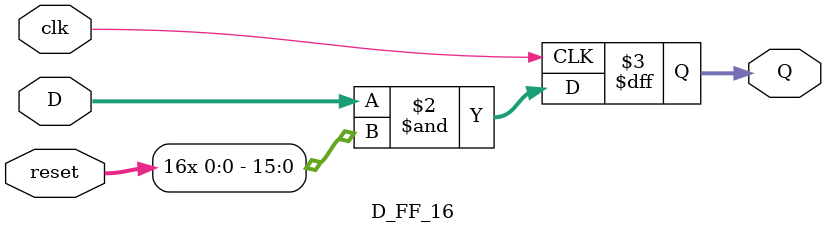
<source format=v>
module D_FF_16
	(
	input [15:0]D,
	input clk,
	input reset,
	output reg [15:0]Q
	);


always @(posedge clk)
begin
	Q <= D&{{16{reset}}};
end

endmodule

</source>
